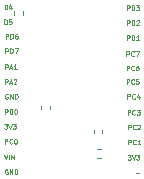
<source format=gbr>
%TF.GenerationSoftware,KiCad,Pcbnew,7.0.10*%
%TF.CreationDate,2024-05-20T02:41:19+05:30*%
%TF.ProjectId,nico-ch32v003-v1,6e69636f-2d63-4683-9332-763030332d76,rev?*%
%TF.SameCoordinates,Original*%
%TF.FileFunction,Legend,Top*%
%TF.FilePolarity,Positive*%
%FSLAX46Y46*%
G04 Gerber Fmt 4.6, Leading zero omitted, Abs format (unit mm)*
G04 Created by KiCad (PCBNEW 7.0.10) date 2024-05-20 02:41:19*
%MOMM*%
%LPD*%
G01*
G04 APERTURE LIST*
%ADD10C,0.101200*%
%ADD11C,0.120000*%
G04 APERTURE END LIST*
D10*
X95262958Y-63235197D02*
X95262958Y-62830397D01*
X95262958Y-62830397D02*
X95359339Y-62830397D01*
X95359339Y-62830397D02*
X95417168Y-62849673D01*
X95417168Y-62849673D02*
X95455720Y-62888225D01*
X95455720Y-62888225D02*
X95474997Y-62926778D01*
X95474997Y-62926778D02*
X95494273Y-63003882D01*
X95494273Y-63003882D02*
X95494273Y-63061711D01*
X95494273Y-63061711D02*
X95474997Y-63138816D01*
X95474997Y-63138816D02*
X95455720Y-63177368D01*
X95455720Y-63177368D02*
X95417168Y-63215921D01*
X95417168Y-63215921D02*
X95359339Y-63235197D01*
X95359339Y-63235197D02*
X95262958Y-63235197D01*
X95860520Y-62830397D02*
X95667758Y-62830397D01*
X95667758Y-62830397D02*
X95648482Y-63023159D01*
X95648482Y-63023159D02*
X95667758Y-63003882D01*
X95667758Y-63003882D02*
X95706311Y-62984606D01*
X95706311Y-62984606D02*
X95802692Y-62984606D01*
X95802692Y-62984606D02*
X95841244Y-63003882D01*
X95841244Y-63003882D02*
X95860520Y-63023159D01*
X95860520Y-63023159D02*
X95879797Y-63061711D01*
X95879797Y-63061711D02*
X95879797Y-63158092D01*
X95879797Y-63158092D02*
X95860520Y-63196644D01*
X95860520Y-63196644D02*
X95841244Y-63215921D01*
X95841244Y-63215921D02*
X95802692Y-63235197D01*
X95802692Y-63235197D02*
X95706311Y-63235197D01*
X95706311Y-63235197D02*
X95667758Y-63215921D01*
X95667758Y-63215921D02*
X95648482Y-63196644D01*
X95292958Y-61975197D02*
X95292958Y-61570397D01*
X95292958Y-61570397D02*
X95389339Y-61570397D01*
X95389339Y-61570397D02*
X95447168Y-61589673D01*
X95447168Y-61589673D02*
X95485720Y-61628225D01*
X95485720Y-61628225D02*
X95504997Y-61666778D01*
X95504997Y-61666778D02*
X95524273Y-61743882D01*
X95524273Y-61743882D02*
X95524273Y-61801711D01*
X95524273Y-61801711D02*
X95504997Y-61878816D01*
X95504997Y-61878816D02*
X95485720Y-61917368D01*
X95485720Y-61917368D02*
X95447168Y-61955921D01*
X95447168Y-61955921D02*
X95389339Y-61975197D01*
X95389339Y-61975197D02*
X95292958Y-61975197D01*
X95871244Y-61705330D02*
X95871244Y-61975197D01*
X95774863Y-61551121D02*
X95678482Y-61840263D01*
X95678482Y-61840263D02*
X95929073Y-61840263D01*
X105652958Y-62035197D02*
X105652958Y-61630397D01*
X105652958Y-61630397D02*
X105807168Y-61630397D01*
X105807168Y-61630397D02*
X105845720Y-61649673D01*
X105845720Y-61649673D02*
X105864997Y-61668949D01*
X105864997Y-61668949D02*
X105884273Y-61707501D01*
X105884273Y-61707501D02*
X105884273Y-61765330D01*
X105884273Y-61765330D02*
X105864997Y-61803882D01*
X105864997Y-61803882D02*
X105845720Y-61823159D01*
X105845720Y-61823159D02*
X105807168Y-61842435D01*
X105807168Y-61842435D02*
X105652958Y-61842435D01*
X106057758Y-62035197D02*
X106057758Y-61630397D01*
X106057758Y-61630397D02*
X106154139Y-61630397D01*
X106154139Y-61630397D02*
X106211968Y-61649673D01*
X106211968Y-61649673D02*
X106250520Y-61688225D01*
X106250520Y-61688225D02*
X106269797Y-61726778D01*
X106269797Y-61726778D02*
X106289073Y-61803882D01*
X106289073Y-61803882D02*
X106289073Y-61861711D01*
X106289073Y-61861711D02*
X106269797Y-61938816D01*
X106269797Y-61938816D02*
X106250520Y-61977368D01*
X106250520Y-61977368D02*
X106211968Y-62015921D01*
X106211968Y-62015921D02*
X106154139Y-62035197D01*
X106154139Y-62035197D02*
X106057758Y-62035197D01*
X106424006Y-61630397D02*
X106674597Y-61630397D01*
X106674597Y-61630397D02*
X106539663Y-61784606D01*
X106539663Y-61784606D02*
X106597492Y-61784606D01*
X106597492Y-61784606D02*
X106636044Y-61803882D01*
X106636044Y-61803882D02*
X106655320Y-61823159D01*
X106655320Y-61823159D02*
X106674597Y-61861711D01*
X106674597Y-61861711D02*
X106674597Y-61958092D01*
X106674597Y-61958092D02*
X106655320Y-61996644D01*
X106655320Y-61996644D02*
X106636044Y-62015921D01*
X106636044Y-62015921D02*
X106597492Y-62035197D01*
X106597492Y-62035197D02*
X106481835Y-62035197D01*
X106481835Y-62035197D02*
X106443282Y-62015921D01*
X106443282Y-62015921D02*
X106424006Y-61996644D01*
X105652958Y-63285197D02*
X105652958Y-62880397D01*
X105652958Y-62880397D02*
X105807168Y-62880397D01*
X105807168Y-62880397D02*
X105845720Y-62899673D01*
X105845720Y-62899673D02*
X105864997Y-62918949D01*
X105864997Y-62918949D02*
X105884273Y-62957501D01*
X105884273Y-62957501D02*
X105884273Y-63015330D01*
X105884273Y-63015330D02*
X105864997Y-63053882D01*
X105864997Y-63053882D02*
X105845720Y-63073159D01*
X105845720Y-63073159D02*
X105807168Y-63092435D01*
X105807168Y-63092435D02*
X105652958Y-63092435D01*
X106057758Y-63285197D02*
X106057758Y-62880397D01*
X106057758Y-62880397D02*
X106154139Y-62880397D01*
X106154139Y-62880397D02*
X106211968Y-62899673D01*
X106211968Y-62899673D02*
X106250520Y-62938225D01*
X106250520Y-62938225D02*
X106269797Y-62976778D01*
X106269797Y-62976778D02*
X106289073Y-63053882D01*
X106289073Y-63053882D02*
X106289073Y-63111711D01*
X106289073Y-63111711D02*
X106269797Y-63188816D01*
X106269797Y-63188816D02*
X106250520Y-63227368D01*
X106250520Y-63227368D02*
X106211968Y-63265921D01*
X106211968Y-63265921D02*
X106154139Y-63285197D01*
X106154139Y-63285197D02*
X106057758Y-63285197D01*
X106443282Y-62918949D02*
X106462558Y-62899673D01*
X106462558Y-62899673D02*
X106501111Y-62880397D01*
X106501111Y-62880397D02*
X106597492Y-62880397D01*
X106597492Y-62880397D02*
X106636044Y-62899673D01*
X106636044Y-62899673D02*
X106655320Y-62918949D01*
X106655320Y-62918949D02*
X106674597Y-62957501D01*
X106674597Y-62957501D02*
X106674597Y-62996054D01*
X106674597Y-62996054D02*
X106655320Y-63053882D01*
X106655320Y-63053882D02*
X106424006Y-63285197D01*
X106424006Y-63285197D02*
X106674597Y-63285197D01*
X105652958Y-64575197D02*
X105652958Y-64170397D01*
X105652958Y-64170397D02*
X105807168Y-64170397D01*
X105807168Y-64170397D02*
X105845720Y-64189673D01*
X105845720Y-64189673D02*
X105864997Y-64208949D01*
X105864997Y-64208949D02*
X105884273Y-64247501D01*
X105884273Y-64247501D02*
X105884273Y-64305330D01*
X105884273Y-64305330D02*
X105864997Y-64343882D01*
X105864997Y-64343882D02*
X105845720Y-64363159D01*
X105845720Y-64363159D02*
X105807168Y-64382435D01*
X105807168Y-64382435D02*
X105652958Y-64382435D01*
X106057758Y-64575197D02*
X106057758Y-64170397D01*
X106057758Y-64170397D02*
X106154139Y-64170397D01*
X106154139Y-64170397D02*
X106211968Y-64189673D01*
X106211968Y-64189673D02*
X106250520Y-64228225D01*
X106250520Y-64228225D02*
X106269797Y-64266778D01*
X106269797Y-64266778D02*
X106289073Y-64343882D01*
X106289073Y-64343882D02*
X106289073Y-64401711D01*
X106289073Y-64401711D02*
X106269797Y-64478816D01*
X106269797Y-64478816D02*
X106250520Y-64517368D01*
X106250520Y-64517368D02*
X106211968Y-64555921D01*
X106211968Y-64555921D02*
X106154139Y-64575197D01*
X106154139Y-64575197D02*
X106057758Y-64575197D01*
X106674597Y-64575197D02*
X106443282Y-64575197D01*
X106558939Y-64575197D02*
X106558939Y-64170397D01*
X106558939Y-64170397D02*
X106520387Y-64228225D01*
X106520387Y-64228225D02*
X106481835Y-64266778D01*
X106481835Y-64266778D02*
X106443282Y-64286054D01*
X105592958Y-65925197D02*
X105592958Y-65520397D01*
X105592958Y-65520397D02*
X105747168Y-65520397D01*
X105747168Y-65520397D02*
X105785720Y-65539673D01*
X105785720Y-65539673D02*
X105804997Y-65558949D01*
X105804997Y-65558949D02*
X105824273Y-65597501D01*
X105824273Y-65597501D02*
X105824273Y-65655330D01*
X105824273Y-65655330D02*
X105804997Y-65693882D01*
X105804997Y-65693882D02*
X105785720Y-65713159D01*
X105785720Y-65713159D02*
X105747168Y-65732435D01*
X105747168Y-65732435D02*
X105592958Y-65732435D01*
X106229073Y-65886644D02*
X106209797Y-65905921D01*
X106209797Y-65905921D02*
X106151968Y-65925197D01*
X106151968Y-65925197D02*
X106113416Y-65925197D01*
X106113416Y-65925197D02*
X106055587Y-65905921D01*
X106055587Y-65905921D02*
X106017035Y-65867368D01*
X106017035Y-65867368D02*
X105997758Y-65828816D01*
X105997758Y-65828816D02*
X105978482Y-65751711D01*
X105978482Y-65751711D02*
X105978482Y-65693882D01*
X105978482Y-65693882D02*
X105997758Y-65616778D01*
X105997758Y-65616778D02*
X106017035Y-65578225D01*
X106017035Y-65578225D02*
X106055587Y-65539673D01*
X106055587Y-65539673D02*
X106113416Y-65520397D01*
X106113416Y-65520397D02*
X106151968Y-65520397D01*
X106151968Y-65520397D02*
X106209797Y-65539673D01*
X106209797Y-65539673D02*
X106229073Y-65558949D01*
X106364006Y-65520397D02*
X106633873Y-65520397D01*
X106633873Y-65520397D02*
X106460387Y-65925197D01*
X105622958Y-67135197D02*
X105622958Y-66730397D01*
X105622958Y-66730397D02*
X105777168Y-66730397D01*
X105777168Y-66730397D02*
X105815720Y-66749673D01*
X105815720Y-66749673D02*
X105834997Y-66768949D01*
X105834997Y-66768949D02*
X105854273Y-66807501D01*
X105854273Y-66807501D02*
X105854273Y-66865330D01*
X105854273Y-66865330D02*
X105834997Y-66903882D01*
X105834997Y-66903882D02*
X105815720Y-66923159D01*
X105815720Y-66923159D02*
X105777168Y-66942435D01*
X105777168Y-66942435D02*
X105622958Y-66942435D01*
X106259073Y-67096644D02*
X106239797Y-67115921D01*
X106239797Y-67115921D02*
X106181968Y-67135197D01*
X106181968Y-67135197D02*
X106143416Y-67135197D01*
X106143416Y-67135197D02*
X106085587Y-67115921D01*
X106085587Y-67115921D02*
X106047035Y-67077368D01*
X106047035Y-67077368D02*
X106027758Y-67038816D01*
X106027758Y-67038816D02*
X106008482Y-66961711D01*
X106008482Y-66961711D02*
X106008482Y-66903882D01*
X106008482Y-66903882D02*
X106027758Y-66826778D01*
X106027758Y-66826778D02*
X106047035Y-66788225D01*
X106047035Y-66788225D02*
X106085587Y-66749673D01*
X106085587Y-66749673D02*
X106143416Y-66730397D01*
X106143416Y-66730397D02*
X106181968Y-66730397D01*
X106181968Y-66730397D02*
X106239797Y-66749673D01*
X106239797Y-66749673D02*
X106259073Y-66768949D01*
X106606044Y-66730397D02*
X106528939Y-66730397D01*
X106528939Y-66730397D02*
X106490387Y-66749673D01*
X106490387Y-66749673D02*
X106471111Y-66768949D01*
X106471111Y-66768949D02*
X106432558Y-66826778D01*
X106432558Y-66826778D02*
X106413282Y-66903882D01*
X106413282Y-66903882D02*
X106413282Y-67058092D01*
X106413282Y-67058092D02*
X106432558Y-67096644D01*
X106432558Y-67096644D02*
X106451835Y-67115921D01*
X106451835Y-67115921D02*
X106490387Y-67135197D01*
X106490387Y-67135197D02*
X106567492Y-67135197D01*
X106567492Y-67135197D02*
X106606044Y-67115921D01*
X106606044Y-67115921D02*
X106625320Y-67096644D01*
X106625320Y-67096644D02*
X106644597Y-67058092D01*
X106644597Y-67058092D02*
X106644597Y-66961711D01*
X106644597Y-66961711D02*
X106625320Y-66923159D01*
X106625320Y-66923159D02*
X106606044Y-66903882D01*
X106606044Y-66903882D02*
X106567492Y-66884606D01*
X106567492Y-66884606D02*
X106490387Y-66884606D01*
X106490387Y-66884606D02*
X106451835Y-66903882D01*
X106451835Y-66903882D02*
X106432558Y-66923159D01*
X106432558Y-66923159D02*
X106413282Y-66961711D01*
X105622958Y-68285197D02*
X105622958Y-67880397D01*
X105622958Y-67880397D02*
X105777168Y-67880397D01*
X105777168Y-67880397D02*
X105815720Y-67899673D01*
X105815720Y-67899673D02*
X105834997Y-67918949D01*
X105834997Y-67918949D02*
X105854273Y-67957501D01*
X105854273Y-67957501D02*
X105854273Y-68015330D01*
X105854273Y-68015330D02*
X105834997Y-68053882D01*
X105834997Y-68053882D02*
X105815720Y-68073159D01*
X105815720Y-68073159D02*
X105777168Y-68092435D01*
X105777168Y-68092435D02*
X105622958Y-68092435D01*
X106259073Y-68246644D02*
X106239797Y-68265921D01*
X106239797Y-68265921D02*
X106181968Y-68285197D01*
X106181968Y-68285197D02*
X106143416Y-68285197D01*
X106143416Y-68285197D02*
X106085587Y-68265921D01*
X106085587Y-68265921D02*
X106047035Y-68227368D01*
X106047035Y-68227368D02*
X106027758Y-68188816D01*
X106027758Y-68188816D02*
X106008482Y-68111711D01*
X106008482Y-68111711D02*
X106008482Y-68053882D01*
X106008482Y-68053882D02*
X106027758Y-67976778D01*
X106027758Y-67976778D02*
X106047035Y-67938225D01*
X106047035Y-67938225D02*
X106085587Y-67899673D01*
X106085587Y-67899673D02*
X106143416Y-67880397D01*
X106143416Y-67880397D02*
X106181968Y-67880397D01*
X106181968Y-67880397D02*
X106239797Y-67899673D01*
X106239797Y-67899673D02*
X106259073Y-67918949D01*
X106625320Y-67880397D02*
X106432558Y-67880397D01*
X106432558Y-67880397D02*
X106413282Y-68073159D01*
X106413282Y-68073159D02*
X106432558Y-68053882D01*
X106432558Y-68053882D02*
X106471111Y-68034606D01*
X106471111Y-68034606D02*
X106567492Y-68034606D01*
X106567492Y-68034606D02*
X106606044Y-68053882D01*
X106606044Y-68053882D02*
X106625320Y-68073159D01*
X106625320Y-68073159D02*
X106644597Y-68111711D01*
X106644597Y-68111711D02*
X106644597Y-68208092D01*
X106644597Y-68208092D02*
X106625320Y-68246644D01*
X106625320Y-68246644D02*
X106606044Y-68265921D01*
X106606044Y-68265921D02*
X106567492Y-68285197D01*
X106567492Y-68285197D02*
X106471111Y-68285197D01*
X106471111Y-68285197D02*
X106432558Y-68265921D01*
X106432558Y-68265921D02*
X106413282Y-68246644D01*
X105682958Y-69545197D02*
X105682958Y-69140397D01*
X105682958Y-69140397D02*
X105837168Y-69140397D01*
X105837168Y-69140397D02*
X105875720Y-69159673D01*
X105875720Y-69159673D02*
X105894997Y-69178949D01*
X105894997Y-69178949D02*
X105914273Y-69217501D01*
X105914273Y-69217501D02*
X105914273Y-69275330D01*
X105914273Y-69275330D02*
X105894997Y-69313882D01*
X105894997Y-69313882D02*
X105875720Y-69333159D01*
X105875720Y-69333159D02*
X105837168Y-69352435D01*
X105837168Y-69352435D02*
X105682958Y-69352435D01*
X106319073Y-69506644D02*
X106299797Y-69525921D01*
X106299797Y-69525921D02*
X106241968Y-69545197D01*
X106241968Y-69545197D02*
X106203416Y-69545197D01*
X106203416Y-69545197D02*
X106145587Y-69525921D01*
X106145587Y-69525921D02*
X106107035Y-69487368D01*
X106107035Y-69487368D02*
X106087758Y-69448816D01*
X106087758Y-69448816D02*
X106068482Y-69371711D01*
X106068482Y-69371711D02*
X106068482Y-69313882D01*
X106068482Y-69313882D02*
X106087758Y-69236778D01*
X106087758Y-69236778D02*
X106107035Y-69198225D01*
X106107035Y-69198225D02*
X106145587Y-69159673D01*
X106145587Y-69159673D02*
X106203416Y-69140397D01*
X106203416Y-69140397D02*
X106241968Y-69140397D01*
X106241968Y-69140397D02*
X106299797Y-69159673D01*
X106299797Y-69159673D02*
X106319073Y-69178949D01*
X106666044Y-69275330D02*
X106666044Y-69545197D01*
X106569663Y-69121121D02*
X106473282Y-69410263D01*
X106473282Y-69410263D02*
X106723873Y-69410263D01*
X105712958Y-70895197D02*
X105712958Y-70490397D01*
X105712958Y-70490397D02*
X105867168Y-70490397D01*
X105867168Y-70490397D02*
X105905720Y-70509673D01*
X105905720Y-70509673D02*
X105924997Y-70528949D01*
X105924997Y-70528949D02*
X105944273Y-70567501D01*
X105944273Y-70567501D02*
X105944273Y-70625330D01*
X105944273Y-70625330D02*
X105924997Y-70663882D01*
X105924997Y-70663882D02*
X105905720Y-70683159D01*
X105905720Y-70683159D02*
X105867168Y-70702435D01*
X105867168Y-70702435D02*
X105712958Y-70702435D01*
X106349073Y-70856644D02*
X106329797Y-70875921D01*
X106329797Y-70875921D02*
X106271968Y-70895197D01*
X106271968Y-70895197D02*
X106233416Y-70895197D01*
X106233416Y-70895197D02*
X106175587Y-70875921D01*
X106175587Y-70875921D02*
X106137035Y-70837368D01*
X106137035Y-70837368D02*
X106117758Y-70798816D01*
X106117758Y-70798816D02*
X106098482Y-70721711D01*
X106098482Y-70721711D02*
X106098482Y-70663882D01*
X106098482Y-70663882D02*
X106117758Y-70586778D01*
X106117758Y-70586778D02*
X106137035Y-70548225D01*
X106137035Y-70548225D02*
X106175587Y-70509673D01*
X106175587Y-70509673D02*
X106233416Y-70490397D01*
X106233416Y-70490397D02*
X106271968Y-70490397D01*
X106271968Y-70490397D02*
X106329797Y-70509673D01*
X106329797Y-70509673D02*
X106349073Y-70528949D01*
X106484006Y-70490397D02*
X106734597Y-70490397D01*
X106734597Y-70490397D02*
X106599663Y-70644606D01*
X106599663Y-70644606D02*
X106657492Y-70644606D01*
X106657492Y-70644606D02*
X106696044Y-70663882D01*
X106696044Y-70663882D02*
X106715320Y-70683159D01*
X106715320Y-70683159D02*
X106734597Y-70721711D01*
X106734597Y-70721711D02*
X106734597Y-70818092D01*
X106734597Y-70818092D02*
X106715320Y-70856644D01*
X106715320Y-70856644D02*
X106696044Y-70875921D01*
X106696044Y-70875921D02*
X106657492Y-70895197D01*
X106657492Y-70895197D02*
X106541835Y-70895197D01*
X106541835Y-70895197D02*
X106503282Y-70875921D01*
X106503282Y-70875921D02*
X106484006Y-70856644D01*
X105752958Y-72145197D02*
X105752958Y-71740397D01*
X105752958Y-71740397D02*
X105907168Y-71740397D01*
X105907168Y-71740397D02*
X105945720Y-71759673D01*
X105945720Y-71759673D02*
X105964997Y-71778949D01*
X105964997Y-71778949D02*
X105984273Y-71817501D01*
X105984273Y-71817501D02*
X105984273Y-71875330D01*
X105984273Y-71875330D02*
X105964997Y-71913882D01*
X105964997Y-71913882D02*
X105945720Y-71933159D01*
X105945720Y-71933159D02*
X105907168Y-71952435D01*
X105907168Y-71952435D02*
X105752958Y-71952435D01*
X106389073Y-72106644D02*
X106369797Y-72125921D01*
X106369797Y-72125921D02*
X106311968Y-72145197D01*
X106311968Y-72145197D02*
X106273416Y-72145197D01*
X106273416Y-72145197D02*
X106215587Y-72125921D01*
X106215587Y-72125921D02*
X106177035Y-72087368D01*
X106177035Y-72087368D02*
X106157758Y-72048816D01*
X106157758Y-72048816D02*
X106138482Y-71971711D01*
X106138482Y-71971711D02*
X106138482Y-71913882D01*
X106138482Y-71913882D02*
X106157758Y-71836778D01*
X106157758Y-71836778D02*
X106177035Y-71798225D01*
X106177035Y-71798225D02*
X106215587Y-71759673D01*
X106215587Y-71759673D02*
X106273416Y-71740397D01*
X106273416Y-71740397D02*
X106311968Y-71740397D01*
X106311968Y-71740397D02*
X106369797Y-71759673D01*
X106369797Y-71759673D02*
X106389073Y-71778949D01*
X106543282Y-71778949D02*
X106562558Y-71759673D01*
X106562558Y-71759673D02*
X106601111Y-71740397D01*
X106601111Y-71740397D02*
X106697492Y-71740397D01*
X106697492Y-71740397D02*
X106736044Y-71759673D01*
X106736044Y-71759673D02*
X106755320Y-71778949D01*
X106755320Y-71778949D02*
X106774597Y-71817501D01*
X106774597Y-71817501D02*
X106774597Y-71856054D01*
X106774597Y-71856054D02*
X106755320Y-71913882D01*
X106755320Y-71913882D02*
X106524006Y-72145197D01*
X106524006Y-72145197D02*
X106774597Y-72145197D01*
X105762958Y-73415197D02*
X105762958Y-73010397D01*
X105762958Y-73010397D02*
X105917168Y-73010397D01*
X105917168Y-73010397D02*
X105955720Y-73029673D01*
X105955720Y-73029673D02*
X105974997Y-73048949D01*
X105974997Y-73048949D02*
X105994273Y-73087501D01*
X105994273Y-73087501D02*
X105994273Y-73145330D01*
X105994273Y-73145330D02*
X105974997Y-73183882D01*
X105974997Y-73183882D02*
X105955720Y-73203159D01*
X105955720Y-73203159D02*
X105917168Y-73222435D01*
X105917168Y-73222435D02*
X105762958Y-73222435D01*
X106399073Y-73376644D02*
X106379797Y-73395921D01*
X106379797Y-73395921D02*
X106321968Y-73415197D01*
X106321968Y-73415197D02*
X106283416Y-73415197D01*
X106283416Y-73415197D02*
X106225587Y-73395921D01*
X106225587Y-73395921D02*
X106187035Y-73357368D01*
X106187035Y-73357368D02*
X106167758Y-73318816D01*
X106167758Y-73318816D02*
X106148482Y-73241711D01*
X106148482Y-73241711D02*
X106148482Y-73183882D01*
X106148482Y-73183882D02*
X106167758Y-73106778D01*
X106167758Y-73106778D02*
X106187035Y-73068225D01*
X106187035Y-73068225D02*
X106225587Y-73029673D01*
X106225587Y-73029673D02*
X106283416Y-73010397D01*
X106283416Y-73010397D02*
X106321968Y-73010397D01*
X106321968Y-73010397D02*
X106379797Y-73029673D01*
X106379797Y-73029673D02*
X106399073Y-73048949D01*
X106784597Y-73415197D02*
X106553282Y-73415197D01*
X106668939Y-73415197D02*
X106668939Y-73010397D01*
X106668939Y-73010397D02*
X106630387Y-73068225D01*
X106630387Y-73068225D02*
X106591835Y-73106778D01*
X106591835Y-73106778D02*
X106553282Y-73126054D01*
X105714406Y-74290397D02*
X105964997Y-74290397D01*
X105964997Y-74290397D02*
X105830063Y-74444606D01*
X105830063Y-74444606D02*
X105887892Y-74444606D01*
X105887892Y-74444606D02*
X105926444Y-74463882D01*
X105926444Y-74463882D02*
X105945720Y-74483159D01*
X105945720Y-74483159D02*
X105964997Y-74521711D01*
X105964997Y-74521711D02*
X105964997Y-74618092D01*
X105964997Y-74618092D02*
X105945720Y-74656644D01*
X105945720Y-74656644D02*
X105926444Y-74675921D01*
X105926444Y-74675921D02*
X105887892Y-74695197D01*
X105887892Y-74695197D02*
X105772235Y-74695197D01*
X105772235Y-74695197D02*
X105733682Y-74675921D01*
X105733682Y-74675921D02*
X105714406Y-74656644D01*
X106080654Y-74290397D02*
X106215587Y-74695197D01*
X106215587Y-74695197D02*
X106350521Y-74290397D01*
X106446901Y-74290397D02*
X106697492Y-74290397D01*
X106697492Y-74290397D02*
X106562558Y-74444606D01*
X106562558Y-74444606D02*
X106620387Y-74444606D01*
X106620387Y-74444606D02*
X106658939Y-74463882D01*
X106658939Y-74463882D02*
X106678215Y-74483159D01*
X106678215Y-74483159D02*
X106697492Y-74521711D01*
X106697492Y-74521711D02*
X106697492Y-74618092D01*
X106697492Y-74618092D02*
X106678215Y-74656644D01*
X106678215Y-74656644D02*
X106658939Y-74675921D01*
X106658939Y-74675921D02*
X106620387Y-74695197D01*
X106620387Y-74695197D02*
X106504730Y-74695197D01*
X106504730Y-74695197D02*
X106466177Y-74675921D01*
X106466177Y-74675921D02*
X106446901Y-74656644D01*
X106382958Y-75810987D02*
X106691378Y-75810987D01*
X95534997Y-75539673D02*
X95496444Y-75520397D01*
X95496444Y-75520397D02*
X95438616Y-75520397D01*
X95438616Y-75520397D02*
X95380787Y-75539673D01*
X95380787Y-75539673D02*
X95342235Y-75578225D01*
X95342235Y-75578225D02*
X95322958Y-75616778D01*
X95322958Y-75616778D02*
X95303682Y-75693882D01*
X95303682Y-75693882D02*
X95303682Y-75751711D01*
X95303682Y-75751711D02*
X95322958Y-75828816D01*
X95322958Y-75828816D02*
X95342235Y-75867368D01*
X95342235Y-75867368D02*
X95380787Y-75905921D01*
X95380787Y-75905921D02*
X95438616Y-75925197D01*
X95438616Y-75925197D02*
X95477168Y-75925197D01*
X95477168Y-75925197D02*
X95534997Y-75905921D01*
X95534997Y-75905921D02*
X95554273Y-75886644D01*
X95554273Y-75886644D02*
X95554273Y-75751711D01*
X95554273Y-75751711D02*
X95477168Y-75751711D01*
X95727758Y-75925197D02*
X95727758Y-75520397D01*
X95727758Y-75520397D02*
X95959073Y-75925197D01*
X95959073Y-75925197D02*
X95959073Y-75520397D01*
X96151834Y-75925197D02*
X96151834Y-75520397D01*
X96151834Y-75520397D02*
X96248215Y-75520397D01*
X96248215Y-75520397D02*
X96306044Y-75539673D01*
X96306044Y-75539673D02*
X96344596Y-75578225D01*
X96344596Y-75578225D02*
X96363873Y-75616778D01*
X96363873Y-75616778D02*
X96383149Y-75693882D01*
X96383149Y-75693882D02*
X96383149Y-75751711D01*
X96383149Y-75751711D02*
X96363873Y-75828816D01*
X96363873Y-75828816D02*
X96344596Y-75867368D01*
X96344596Y-75867368D02*
X96306044Y-75905921D01*
X96306044Y-75905921D02*
X96248215Y-75925197D01*
X96248215Y-75925197D02*
X96151834Y-75925197D01*
X95245130Y-74270397D02*
X95380063Y-74675197D01*
X95380063Y-74675197D02*
X95514997Y-74270397D01*
X95649929Y-74675197D02*
X95649929Y-74270397D01*
X95842691Y-74675197D02*
X95842691Y-74270397D01*
X95842691Y-74270397D02*
X96074006Y-74675197D01*
X96074006Y-74675197D02*
X96074006Y-74270397D01*
X95372958Y-64445197D02*
X95372958Y-64040397D01*
X95372958Y-64040397D02*
X95527168Y-64040397D01*
X95527168Y-64040397D02*
X95565720Y-64059673D01*
X95565720Y-64059673D02*
X95584997Y-64078949D01*
X95584997Y-64078949D02*
X95604273Y-64117501D01*
X95604273Y-64117501D02*
X95604273Y-64175330D01*
X95604273Y-64175330D02*
X95584997Y-64213882D01*
X95584997Y-64213882D02*
X95565720Y-64233159D01*
X95565720Y-64233159D02*
X95527168Y-64252435D01*
X95527168Y-64252435D02*
X95372958Y-64252435D01*
X95777758Y-64445197D02*
X95777758Y-64040397D01*
X95777758Y-64040397D02*
X95874139Y-64040397D01*
X95874139Y-64040397D02*
X95931968Y-64059673D01*
X95931968Y-64059673D02*
X95970520Y-64098225D01*
X95970520Y-64098225D02*
X95989797Y-64136778D01*
X95989797Y-64136778D02*
X96009073Y-64213882D01*
X96009073Y-64213882D02*
X96009073Y-64271711D01*
X96009073Y-64271711D02*
X95989797Y-64348816D01*
X95989797Y-64348816D02*
X95970520Y-64387368D01*
X95970520Y-64387368D02*
X95931968Y-64425921D01*
X95931968Y-64425921D02*
X95874139Y-64445197D01*
X95874139Y-64445197D02*
X95777758Y-64445197D01*
X96356044Y-64040397D02*
X96278939Y-64040397D01*
X96278939Y-64040397D02*
X96240387Y-64059673D01*
X96240387Y-64059673D02*
X96221111Y-64078949D01*
X96221111Y-64078949D02*
X96182558Y-64136778D01*
X96182558Y-64136778D02*
X96163282Y-64213882D01*
X96163282Y-64213882D02*
X96163282Y-64368092D01*
X96163282Y-64368092D02*
X96182558Y-64406644D01*
X96182558Y-64406644D02*
X96201835Y-64425921D01*
X96201835Y-64425921D02*
X96240387Y-64445197D01*
X96240387Y-64445197D02*
X96317492Y-64445197D01*
X96317492Y-64445197D02*
X96356044Y-64425921D01*
X96356044Y-64425921D02*
X96375320Y-64406644D01*
X96375320Y-64406644D02*
X96394597Y-64368092D01*
X96394597Y-64368092D02*
X96394597Y-64271711D01*
X96394597Y-64271711D02*
X96375320Y-64233159D01*
X96375320Y-64233159D02*
X96356044Y-64213882D01*
X96356044Y-64213882D02*
X96317492Y-64194606D01*
X96317492Y-64194606D02*
X96240387Y-64194606D01*
X96240387Y-64194606D02*
X96201835Y-64213882D01*
X96201835Y-64213882D02*
X96182558Y-64233159D01*
X96182558Y-64233159D02*
X96163282Y-64271711D01*
X95362958Y-65675197D02*
X95362958Y-65270397D01*
X95362958Y-65270397D02*
X95517168Y-65270397D01*
X95517168Y-65270397D02*
X95555720Y-65289673D01*
X95555720Y-65289673D02*
X95574997Y-65308949D01*
X95574997Y-65308949D02*
X95594273Y-65347501D01*
X95594273Y-65347501D02*
X95594273Y-65405330D01*
X95594273Y-65405330D02*
X95574997Y-65443882D01*
X95574997Y-65443882D02*
X95555720Y-65463159D01*
X95555720Y-65463159D02*
X95517168Y-65482435D01*
X95517168Y-65482435D02*
X95362958Y-65482435D01*
X95767758Y-65675197D02*
X95767758Y-65270397D01*
X95767758Y-65270397D02*
X95864139Y-65270397D01*
X95864139Y-65270397D02*
X95921968Y-65289673D01*
X95921968Y-65289673D02*
X95960520Y-65328225D01*
X95960520Y-65328225D02*
X95979797Y-65366778D01*
X95979797Y-65366778D02*
X95999073Y-65443882D01*
X95999073Y-65443882D02*
X95999073Y-65501711D01*
X95999073Y-65501711D02*
X95979797Y-65578816D01*
X95979797Y-65578816D02*
X95960520Y-65617368D01*
X95960520Y-65617368D02*
X95921968Y-65655921D01*
X95921968Y-65655921D02*
X95864139Y-65675197D01*
X95864139Y-65675197D02*
X95767758Y-65675197D01*
X96134006Y-65270397D02*
X96403873Y-65270397D01*
X96403873Y-65270397D02*
X96230387Y-65675197D01*
X95342958Y-67045197D02*
X95342958Y-66640397D01*
X95342958Y-66640397D02*
X95497168Y-66640397D01*
X95497168Y-66640397D02*
X95535720Y-66659673D01*
X95535720Y-66659673D02*
X95554997Y-66678949D01*
X95554997Y-66678949D02*
X95574273Y-66717501D01*
X95574273Y-66717501D02*
X95574273Y-66775330D01*
X95574273Y-66775330D02*
X95554997Y-66813882D01*
X95554997Y-66813882D02*
X95535720Y-66833159D01*
X95535720Y-66833159D02*
X95497168Y-66852435D01*
X95497168Y-66852435D02*
X95342958Y-66852435D01*
X95728482Y-66929540D02*
X95921244Y-66929540D01*
X95689930Y-67045197D02*
X95824863Y-66640397D01*
X95824863Y-66640397D02*
X95959797Y-67045197D01*
X96306768Y-67045197D02*
X96075453Y-67045197D01*
X96191110Y-67045197D02*
X96191110Y-66640397D01*
X96191110Y-66640397D02*
X96152558Y-66698225D01*
X96152558Y-66698225D02*
X96114006Y-66736778D01*
X96114006Y-66736778D02*
X96075453Y-66756054D01*
X95332958Y-68295197D02*
X95332958Y-67890397D01*
X95332958Y-67890397D02*
X95487168Y-67890397D01*
X95487168Y-67890397D02*
X95525720Y-67909673D01*
X95525720Y-67909673D02*
X95544997Y-67928949D01*
X95544997Y-67928949D02*
X95564273Y-67967501D01*
X95564273Y-67967501D02*
X95564273Y-68025330D01*
X95564273Y-68025330D02*
X95544997Y-68063882D01*
X95544997Y-68063882D02*
X95525720Y-68083159D01*
X95525720Y-68083159D02*
X95487168Y-68102435D01*
X95487168Y-68102435D02*
X95332958Y-68102435D01*
X95718482Y-68179540D02*
X95911244Y-68179540D01*
X95679930Y-68295197D02*
X95814863Y-67890397D01*
X95814863Y-67890397D02*
X95949797Y-68295197D01*
X96065453Y-67928949D02*
X96084729Y-67909673D01*
X96084729Y-67909673D02*
X96123282Y-67890397D01*
X96123282Y-67890397D02*
X96219663Y-67890397D01*
X96219663Y-67890397D02*
X96258215Y-67909673D01*
X96258215Y-67909673D02*
X96277491Y-67928949D01*
X96277491Y-67928949D02*
X96296768Y-67967501D01*
X96296768Y-67967501D02*
X96296768Y-68006054D01*
X96296768Y-68006054D02*
X96277491Y-68063882D01*
X96277491Y-68063882D02*
X96046177Y-68295197D01*
X96046177Y-68295197D02*
X96296768Y-68295197D01*
X95544997Y-69149673D02*
X95506444Y-69130397D01*
X95506444Y-69130397D02*
X95448616Y-69130397D01*
X95448616Y-69130397D02*
X95390787Y-69149673D01*
X95390787Y-69149673D02*
X95352235Y-69188225D01*
X95352235Y-69188225D02*
X95332958Y-69226778D01*
X95332958Y-69226778D02*
X95313682Y-69303882D01*
X95313682Y-69303882D02*
X95313682Y-69361711D01*
X95313682Y-69361711D02*
X95332958Y-69438816D01*
X95332958Y-69438816D02*
X95352235Y-69477368D01*
X95352235Y-69477368D02*
X95390787Y-69515921D01*
X95390787Y-69515921D02*
X95448616Y-69535197D01*
X95448616Y-69535197D02*
X95487168Y-69535197D01*
X95487168Y-69535197D02*
X95544997Y-69515921D01*
X95544997Y-69515921D02*
X95564273Y-69496644D01*
X95564273Y-69496644D02*
X95564273Y-69361711D01*
X95564273Y-69361711D02*
X95487168Y-69361711D01*
X95737758Y-69535197D02*
X95737758Y-69130397D01*
X95737758Y-69130397D02*
X95969073Y-69535197D01*
X95969073Y-69535197D02*
X95969073Y-69130397D01*
X96161834Y-69535197D02*
X96161834Y-69130397D01*
X96161834Y-69130397D02*
X96258215Y-69130397D01*
X96258215Y-69130397D02*
X96316044Y-69149673D01*
X96316044Y-69149673D02*
X96354596Y-69188225D01*
X96354596Y-69188225D02*
X96373873Y-69226778D01*
X96373873Y-69226778D02*
X96393149Y-69303882D01*
X96393149Y-69303882D02*
X96393149Y-69361711D01*
X96393149Y-69361711D02*
X96373873Y-69438816D01*
X96373873Y-69438816D02*
X96354596Y-69477368D01*
X96354596Y-69477368D02*
X96316044Y-69515921D01*
X96316044Y-69515921D02*
X96258215Y-69535197D01*
X96258215Y-69535197D02*
X96161834Y-69535197D01*
X95322958Y-70825197D02*
X95322958Y-70420397D01*
X95322958Y-70420397D02*
X95477168Y-70420397D01*
X95477168Y-70420397D02*
X95515720Y-70439673D01*
X95515720Y-70439673D02*
X95534997Y-70458949D01*
X95534997Y-70458949D02*
X95554273Y-70497501D01*
X95554273Y-70497501D02*
X95554273Y-70555330D01*
X95554273Y-70555330D02*
X95534997Y-70593882D01*
X95534997Y-70593882D02*
X95515720Y-70613159D01*
X95515720Y-70613159D02*
X95477168Y-70632435D01*
X95477168Y-70632435D02*
X95322958Y-70632435D01*
X95727758Y-70825197D02*
X95727758Y-70420397D01*
X95727758Y-70420397D02*
X95824139Y-70420397D01*
X95824139Y-70420397D02*
X95881968Y-70439673D01*
X95881968Y-70439673D02*
X95920520Y-70478225D01*
X95920520Y-70478225D02*
X95939797Y-70516778D01*
X95939797Y-70516778D02*
X95959073Y-70593882D01*
X95959073Y-70593882D02*
X95959073Y-70651711D01*
X95959073Y-70651711D02*
X95939797Y-70728816D01*
X95939797Y-70728816D02*
X95920520Y-70767368D01*
X95920520Y-70767368D02*
X95881968Y-70805921D01*
X95881968Y-70805921D02*
X95824139Y-70825197D01*
X95824139Y-70825197D02*
X95727758Y-70825197D01*
X96209663Y-70420397D02*
X96248216Y-70420397D01*
X96248216Y-70420397D02*
X96286768Y-70439673D01*
X96286768Y-70439673D02*
X96306044Y-70458949D01*
X96306044Y-70458949D02*
X96325320Y-70497501D01*
X96325320Y-70497501D02*
X96344597Y-70574606D01*
X96344597Y-70574606D02*
X96344597Y-70670987D01*
X96344597Y-70670987D02*
X96325320Y-70748092D01*
X96325320Y-70748092D02*
X96306044Y-70786644D01*
X96306044Y-70786644D02*
X96286768Y-70805921D01*
X96286768Y-70805921D02*
X96248216Y-70825197D01*
X96248216Y-70825197D02*
X96209663Y-70825197D01*
X96209663Y-70825197D02*
X96171111Y-70805921D01*
X96171111Y-70805921D02*
X96151835Y-70786644D01*
X96151835Y-70786644D02*
X96132558Y-70748092D01*
X96132558Y-70748092D02*
X96113282Y-70670987D01*
X96113282Y-70670987D02*
X96113282Y-70574606D01*
X96113282Y-70574606D02*
X96132558Y-70497501D01*
X96132558Y-70497501D02*
X96151835Y-70458949D01*
X96151835Y-70458949D02*
X96171111Y-70439673D01*
X96171111Y-70439673D02*
X96209663Y-70420397D01*
X95254406Y-71660397D02*
X95504997Y-71660397D01*
X95504997Y-71660397D02*
X95370063Y-71814606D01*
X95370063Y-71814606D02*
X95427892Y-71814606D01*
X95427892Y-71814606D02*
X95466444Y-71833882D01*
X95466444Y-71833882D02*
X95485720Y-71853159D01*
X95485720Y-71853159D02*
X95504997Y-71891711D01*
X95504997Y-71891711D02*
X95504997Y-71988092D01*
X95504997Y-71988092D02*
X95485720Y-72026644D01*
X95485720Y-72026644D02*
X95466444Y-72045921D01*
X95466444Y-72045921D02*
X95427892Y-72065197D01*
X95427892Y-72065197D02*
X95312235Y-72065197D01*
X95312235Y-72065197D02*
X95273682Y-72045921D01*
X95273682Y-72045921D02*
X95254406Y-72026644D01*
X95620654Y-71660397D02*
X95755587Y-72065197D01*
X95755587Y-72065197D02*
X95890521Y-71660397D01*
X95986901Y-71660397D02*
X96237492Y-71660397D01*
X96237492Y-71660397D02*
X96102558Y-71814606D01*
X96102558Y-71814606D02*
X96160387Y-71814606D01*
X96160387Y-71814606D02*
X96198939Y-71833882D01*
X96198939Y-71833882D02*
X96218215Y-71853159D01*
X96218215Y-71853159D02*
X96237492Y-71891711D01*
X96237492Y-71891711D02*
X96237492Y-71988092D01*
X96237492Y-71988092D02*
X96218215Y-72026644D01*
X96218215Y-72026644D02*
X96198939Y-72045921D01*
X96198939Y-72045921D02*
X96160387Y-72065197D01*
X96160387Y-72065197D02*
X96044730Y-72065197D01*
X96044730Y-72065197D02*
X96006177Y-72045921D01*
X96006177Y-72045921D02*
X95986901Y-72026644D01*
X95302958Y-73335197D02*
X95302958Y-72930397D01*
X95302958Y-72930397D02*
X95457168Y-72930397D01*
X95457168Y-72930397D02*
X95495720Y-72949673D01*
X95495720Y-72949673D02*
X95514997Y-72968949D01*
X95514997Y-72968949D02*
X95534273Y-73007501D01*
X95534273Y-73007501D02*
X95534273Y-73065330D01*
X95534273Y-73065330D02*
X95514997Y-73103882D01*
X95514997Y-73103882D02*
X95495720Y-73123159D01*
X95495720Y-73123159D02*
X95457168Y-73142435D01*
X95457168Y-73142435D02*
X95302958Y-73142435D01*
X95939073Y-73296644D02*
X95919797Y-73315921D01*
X95919797Y-73315921D02*
X95861968Y-73335197D01*
X95861968Y-73335197D02*
X95823416Y-73335197D01*
X95823416Y-73335197D02*
X95765587Y-73315921D01*
X95765587Y-73315921D02*
X95727035Y-73277368D01*
X95727035Y-73277368D02*
X95707758Y-73238816D01*
X95707758Y-73238816D02*
X95688482Y-73161711D01*
X95688482Y-73161711D02*
X95688482Y-73103882D01*
X95688482Y-73103882D02*
X95707758Y-73026778D01*
X95707758Y-73026778D02*
X95727035Y-72988225D01*
X95727035Y-72988225D02*
X95765587Y-72949673D01*
X95765587Y-72949673D02*
X95823416Y-72930397D01*
X95823416Y-72930397D02*
X95861968Y-72930397D01*
X95861968Y-72930397D02*
X95919797Y-72949673D01*
X95919797Y-72949673D02*
X95939073Y-72968949D01*
X96189663Y-72930397D02*
X96228216Y-72930397D01*
X96228216Y-72930397D02*
X96266768Y-72949673D01*
X96266768Y-72949673D02*
X96286044Y-72968949D01*
X96286044Y-72968949D02*
X96305320Y-73007501D01*
X96305320Y-73007501D02*
X96324597Y-73084606D01*
X96324597Y-73084606D02*
X96324597Y-73180987D01*
X96324597Y-73180987D02*
X96305320Y-73258092D01*
X96305320Y-73258092D02*
X96286044Y-73296644D01*
X96286044Y-73296644D02*
X96266768Y-73315921D01*
X96266768Y-73315921D02*
X96228216Y-73335197D01*
X96228216Y-73335197D02*
X96189663Y-73335197D01*
X96189663Y-73335197D02*
X96151111Y-73315921D01*
X96151111Y-73315921D02*
X96131835Y-73296644D01*
X96131835Y-73296644D02*
X96112558Y-73258092D01*
X96112558Y-73258092D02*
X96093282Y-73180987D01*
X96093282Y-73180987D02*
X96093282Y-73084606D01*
X96093282Y-73084606D02*
X96112558Y-73007501D01*
X96112558Y-73007501D02*
X96131835Y-72968949D01*
X96131835Y-72968949D02*
X96151111Y-72949673D01*
X96151111Y-72949673D02*
X96189663Y-72930397D01*
D11*
%TO.C,R2*%
X103463641Y-74590000D02*
X103156359Y-74590000D01*
X103463641Y-73830000D02*
X103156359Y-73830000D01*
%TO.C,R1*%
X96100400Y-62474821D02*
X96100400Y-62139579D01*
X96860400Y-62474821D02*
X96860400Y-62139579D01*
%TO.C,C2*%
X98406400Y-70398635D02*
X98406400Y-70166965D01*
X99126400Y-70398635D02*
X99126400Y-70166965D01*
%TO.C,C1*%
X103546000Y-72198965D02*
X103546000Y-72430635D01*
X102826000Y-72198965D02*
X102826000Y-72430635D01*
%TD*%
M02*

</source>
